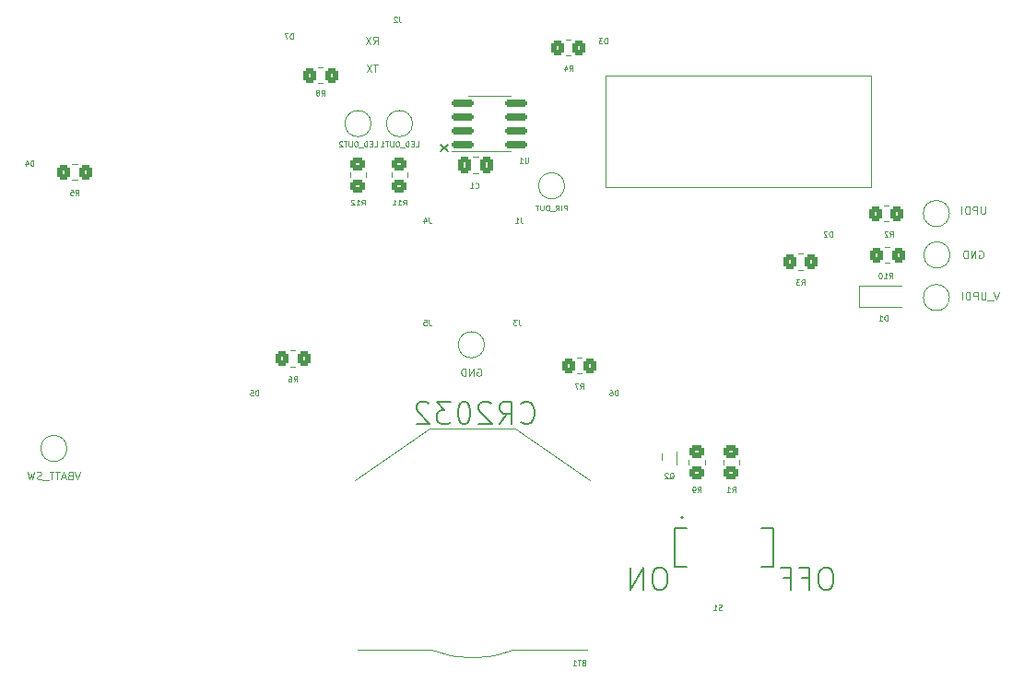
<source format=gbo>
%TF.GenerationSoftware,KiCad,Pcbnew,(6.0.2-0)*%
%TF.CreationDate,2022-12-09T19:44:04+01:00*%
%TF.ProjectId,ornament_2022,6f726e61-6d65-46e7-945f-323032322e6b,rev?*%
%TF.SameCoordinates,Original*%
%TF.FileFunction,Legend,Bot*%
%TF.FilePolarity,Positive*%
%FSLAX46Y46*%
G04 Gerber Fmt 4.6, Leading zero omitted, Abs format (unit mm)*
G04 Created by KiCad (PCBNEW (6.0.2-0)) date 2022-12-09 19:44:04*
%MOMM*%
%LPD*%
G01*
G04 APERTURE LIST*
G04 Aperture macros list*
%AMRoundRect*
0 Rectangle with rounded corners*
0 $1 Rounding radius*
0 $2 $3 $4 $5 $6 $7 $8 $9 X,Y pos of 4 corners*
0 Add a 4 corners polygon primitive as box body*
4,1,4,$2,$3,$4,$5,$6,$7,$8,$9,$2,$3,0*
0 Add four circle primitives for the rounded corners*
1,1,$1+$1,$2,$3*
1,1,$1+$1,$4,$5*
1,1,$1+$1,$6,$7*
1,1,$1+$1,$8,$9*
0 Add four rect primitives between the rounded corners*
20,1,$1+$1,$2,$3,$4,$5,0*
20,1,$1+$1,$4,$5,$6,$7,0*
20,1,$1+$1,$6,$7,$8,$9,0*
20,1,$1+$1,$8,$9,$2,$3,0*%
G04 Aperture macros list end*
%ADD10C,0.150000*%
%ADD11C,0.100000*%
%ADD12C,0.120000*%
%ADD13C,0.127000*%
%ADD14C,0.200000*%
%ADD15C,0.500000*%
%ADD16C,4.000000*%
%ADD17RoundRect,0.250000X-0.350000X-0.450000X0.350000X-0.450000X0.350000X0.450000X-0.350000X0.450000X0*%
%ADD18C,1.700000*%
%ADD19C,2.000000*%
%ADD20R,2.500000X1.000000*%
%ADD21RoundRect,0.250000X-0.450000X0.350000X-0.450000X-0.350000X0.450000X-0.350000X0.450000X0.350000X0*%
%ADD22RoundRect,0.250000X0.350000X0.450000X-0.350000X0.450000X-0.350000X-0.450000X0.350000X-0.450000X0*%
%ADD23RoundRect,0.250000X-0.337500X-0.475000X0.337500X-0.475000X0.337500X0.475000X-0.337500X0.475000X0*%
%ADD24R,0.400000X0.450000*%
%ADD25R,0.500000X0.450000*%
%ADD26RoundRect,0.250000X0.450000X-0.350000X0.450000X0.350000X-0.450000X0.350000X-0.450000X-0.350000X0*%
%ADD27R,0.900000X1.200000*%
%ADD28RoundRect,0.150000X-0.825000X-0.150000X0.825000X-0.150000X0.825000X0.150000X-0.825000X0.150000X0*%
%ADD29R,2.500000X6.000000*%
%ADD30C,16.000000*%
%ADD31R,1.200000X2.500000*%
G04 APERTURE END LIST*
D10*
X206375000Y-50800000D02*
X205740000Y-50165000D01*
X206375000Y-50165000D02*
X205740000Y-50800000D01*
D11*
X245268750Y-43815000D02*
X220821250Y-43815000D01*
X220821250Y-43815000D02*
X220821250Y-54102000D01*
X220821250Y-54102000D02*
X245268750Y-54102000D01*
X245268750Y-54102000D02*
X245268750Y-43815000D01*
D10*
X213105476Y-75644285D02*
X213200714Y-75739523D01*
X213486428Y-75834761D01*
X213676904Y-75834761D01*
X213962619Y-75739523D01*
X214153095Y-75549047D01*
X214248333Y-75358571D01*
X214343571Y-74977619D01*
X214343571Y-74691904D01*
X214248333Y-74310952D01*
X214153095Y-74120476D01*
X213962619Y-73930000D01*
X213676904Y-73834761D01*
X213486428Y-73834761D01*
X213200714Y-73930000D01*
X213105476Y-74025238D01*
X211105476Y-75834761D02*
X211772142Y-74882380D01*
X212248333Y-75834761D02*
X212248333Y-73834761D01*
X211486428Y-73834761D01*
X211295952Y-73930000D01*
X211200714Y-74025238D01*
X211105476Y-74215714D01*
X211105476Y-74501428D01*
X211200714Y-74691904D01*
X211295952Y-74787142D01*
X211486428Y-74882380D01*
X212248333Y-74882380D01*
X210343571Y-74025238D02*
X210248333Y-73930000D01*
X210057857Y-73834761D01*
X209581666Y-73834761D01*
X209391190Y-73930000D01*
X209295952Y-74025238D01*
X209200714Y-74215714D01*
X209200714Y-74406190D01*
X209295952Y-74691904D01*
X210438809Y-75834761D01*
X209200714Y-75834761D01*
X207962619Y-73834761D02*
X207772142Y-73834761D01*
X207581666Y-73930000D01*
X207486428Y-74025238D01*
X207391190Y-74215714D01*
X207295952Y-74596666D01*
X207295952Y-75072857D01*
X207391190Y-75453809D01*
X207486428Y-75644285D01*
X207581666Y-75739523D01*
X207772142Y-75834761D01*
X207962619Y-75834761D01*
X208153095Y-75739523D01*
X208248333Y-75644285D01*
X208343571Y-75453809D01*
X208438809Y-75072857D01*
X208438809Y-74596666D01*
X208343571Y-74215714D01*
X208248333Y-74025238D01*
X208153095Y-73930000D01*
X207962619Y-73834761D01*
X206629285Y-73834761D02*
X205391190Y-73834761D01*
X206057857Y-74596666D01*
X205772142Y-74596666D01*
X205581666Y-74691904D01*
X205486428Y-74787142D01*
X205391190Y-74977619D01*
X205391190Y-75453809D01*
X205486428Y-75644285D01*
X205581666Y-75739523D01*
X205772142Y-75834761D01*
X206343571Y-75834761D01*
X206534047Y-75739523D01*
X206629285Y-75644285D01*
X204629285Y-74025238D02*
X204534047Y-73930000D01*
X204343571Y-73834761D01*
X203867380Y-73834761D01*
X203676904Y-73930000D01*
X203581666Y-74025238D01*
X203486428Y-74215714D01*
X203486428Y-74406190D01*
X203581666Y-74691904D01*
X204724523Y-75834761D01*
X203486428Y-75834761D01*
D11*
X199506666Y-40956666D02*
X199740000Y-40623333D01*
X199906666Y-40956666D02*
X199906666Y-40256666D01*
X199640000Y-40256666D01*
X199573333Y-40290000D01*
X199540000Y-40323333D01*
X199506666Y-40390000D01*
X199506666Y-40490000D01*
X199540000Y-40556666D01*
X199573333Y-40590000D01*
X199640000Y-40623333D01*
X199906666Y-40623333D01*
X199273333Y-40256666D02*
X198806666Y-40956666D01*
X198806666Y-40256666D02*
X199273333Y-40956666D01*
X199923333Y-42796666D02*
X199523333Y-42796666D01*
X199723333Y-43496666D02*
X199723333Y-42796666D01*
X199356666Y-42796666D02*
X198890000Y-43496666D01*
X198890000Y-42796666D02*
X199356666Y-43496666D01*
D10*
X226028095Y-89074761D02*
X225647142Y-89074761D01*
X225456666Y-89170000D01*
X225266190Y-89360476D01*
X225170952Y-89741428D01*
X225170952Y-90408095D01*
X225266190Y-90789047D01*
X225456666Y-90979523D01*
X225647142Y-91074761D01*
X226028095Y-91074761D01*
X226218571Y-90979523D01*
X226409047Y-90789047D01*
X226504285Y-90408095D01*
X226504285Y-89741428D01*
X226409047Y-89360476D01*
X226218571Y-89170000D01*
X226028095Y-89074761D01*
X224313809Y-91074761D02*
X224313809Y-89074761D01*
X223170952Y-91074761D01*
X223170952Y-89074761D01*
X241299761Y-89074761D02*
X240918809Y-89074761D01*
X240728333Y-89170000D01*
X240537857Y-89360476D01*
X240442619Y-89741428D01*
X240442619Y-90408095D01*
X240537857Y-90789047D01*
X240728333Y-90979523D01*
X240918809Y-91074761D01*
X241299761Y-91074761D01*
X241490238Y-90979523D01*
X241680714Y-90789047D01*
X241775952Y-90408095D01*
X241775952Y-89741428D01*
X241680714Y-89360476D01*
X241490238Y-89170000D01*
X241299761Y-89074761D01*
X238918809Y-90027142D02*
X239585476Y-90027142D01*
X239585476Y-91074761D02*
X239585476Y-89074761D01*
X238633095Y-89074761D01*
X237204523Y-90027142D02*
X237871190Y-90027142D01*
X237871190Y-91074761D02*
X237871190Y-89074761D01*
X236918809Y-89074761D01*
D11*
%TO.C,D7*%
X192139047Y-40493162D02*
X192139047Y-39993162D01*
X192020000Y-39993162D01*
X191948571Y-40016972D01*
X191900952Y-40064591D01*
X191877142Y-40112210D01*
X191853333Y-40207448D01*
X191853333Y-40278876D01*
X191877142Y-40374114D01*
X191900952Y-40421733D01*
X191948571Y-40469352D01*
X192020000Y-40493162D01*
X192139047Y-40493162D01*
X191686666Y-39993162D02*
X191353333Y-39993162D01*
X191567619Y-40493162D01*
%TO.C,D5*%
X188964047Y-73251190D02*
X188964047Y-72751190D01*
X188845000Y-72751190D01*
X188773571Y-72775000D01*
X188725952Y-72822619D01*
X188702142Y-72870238D01*
X188678333Y-72965476D01*
X188678333Y-73036904D01*
X188702142Y-73132142D01*
X188725952Y-73179761D01*
X188773571Y-73227380D01*
X188845000Y-73251190D01*
X188964047Y-73251190D01*
X188225952Y-72751190D02*
X188464047Y-72751190D01*
X188487857Y-72989285D01*
X188464047Y-72965476D01*
X188416428Y-72941666D01*
X188297380Y-72941666D01*
X188249761Y-72965476D01*
X188225952Y-72989285D01*
X188202142Y-73036904D01*
X188202142Y-73155952D01*
X188225952Y-73203571D01*
X188249761Y-73227380D01*
X188297380Y-73251190D01*
X188416428Y-73251190D01*
X188464047Y-73227380D01*
X188487857Y-73203571D01*
%TO.C,D2*%
X241669047Y-58646190D02*
X241669047Y-58146190D01*
X241550000Y-58146190D01*
X241478571Y-58170000D01*
X241430952Y-58217619D01*
X241407142Y-58265238D01*
X241383333Y-58360476D01*
X241383333Y-58431904D01*
X241407142Y-58527142D01*
X241430952Y-58574761D01*
X241478571Y-58622380D01*
X241550000Y-58646190D01*
X241669047Y-58646190D01*
X241192857Y-58193809D02*
X241169047Y-58170000D01*
X241121428Y-58146190D01*
X241002380Y-58146190D01*
X240954761Y-58170000D01*
X240930952Y-58193809D01*
X240907142Y-58241428D01*
X240907142Y-58289047D01*
X240930952Y-58360476D01*
X241216666Y-58646190D01*
X240907142Y-58646190D01*
%TO.C,D6*%
X221984047Y-73251190D02*
X221984047Y-72751190D01*
X221865000Y-72751190D01*
X221793571Y-72775000D01*
X221745952Y-72822619D01*
X221722142Y-72870238D01*
X221698333Y-72965476D01*
X221698333Y-73036904D01*
X221722142Y-73132142D01*
X221745952Y-73179761D01*
X221793571Y-73227380D01*
X221865000Y-73251190D01*
X221984047Y-73251190D01*
X221269761Y-72751190D02*
X221365000Y-72751190D01*
X221412619Y-72775000D01*
X221436428Y-72798809D01*
X221484047Y-72870238D01*
X221507857Y-72965476D01*
X221507857Y-73155952D01*
X221484047Y-73203571D01*
X221460238Y-73227380D01*
X221412619Y-73251190D01*
X221317380Y-73251190D01*
X221269761Y-73227380D01*
X221245952Y-73203571D01*
X221222142Y-73155952D01*
X221222142Y-73036904D01*
X221245952Y-72989285D01*
X221269761Y-72965476D01*
X221317380Y-72941666D01*
X221412619Y-72941666D01*
X221460238Y-72965476D01*
X221484047Y-72989285D01*
X221507857Y-73036904D01*
%TO.C,D4*%
X168309113Y-52154286D02*
X168309113Y-51654286D01*
X168190066Y-51654286D01*
X168118637Y-51678096D01*
X168071018Y-51725715D01*
X168047208Y-51773334D01*
X168023399Y-51868572D01*
X168023399Y-51940000D01*
X168047208Y-52035238D01*
X168071018Y-52082857D01*
X168118637Y-52130476D01*
X168190066Y-52154286D01*
X168309113Y-52154286D01*
X167594827Y-51820953D02*
X167594827Y-52154286D01*
X167713875Y-51630476D02*
X167832923Y-51987619D01*
X167523399Y-51987619D01*
%TO.C,D3*%
X220994865Y-40903736D02*
X220994865Y-40403736D01*
X220875818Y-40403736D01*
X220804389Y-40427546D01*
X220756770Y-40475165D01*
X220732960Y-40522784D01*
X220709151Y-40618022D01*
X220709151Y-40689450D01*
X220732960Y-40784688D01*
X220756770Y-40832307D01*
X220804389Y-40879926D01*
X220875818Y-40903736D01*
X220994865Y-40903736D01*
X220542484Y-40403736D02*
X220232960Y-40403736D01*
X220399627Y-40594212D01*
X220328198Y-40594212D01*
X220280579Y-40618022D01*
X220256770Y-40641831D01*
X220232960Y-40689450D01*
X220232960Y-40808498D01*
X220256770Y-40856117D01*
X220280579Y-40879926D01*
X220328198Y-40903736D01*
X220471056Y-40903736D01*
X220518675Y-40879926D01*
X220542484Y-40856117D01*
%TO.C,R2*%
X246960397Y-58646190D02*
X247127064Y-58408095D01*
X247246111Y-58646190D02*
X247246111Y-58146190D01*
X247055635Y-58146190D01*
X247008016Y-58170000D01*
X246984206Y-58193809D01*
X246960397Y-58241428D01*
X246960397Y-58312857D01*
X246984206Y-58360476D01*
X247008016Y-58384285D01*
X247055635Y-58408095D01*
X247246111Y-58408095D01*
X246769921Y-58193809D02*
X246746111Y-58170000D01*
X246698492Y-58146190D01*
X246579444Y-58146190D01*
X246531825Y-58170000D01*
X246508016Y-58193809D01*
X246484206Y-58241428D01*
X246484206Y-58289047D01*
X246508016Y-58360476D01*
X246793730Y-58646190D01*
X246484206Y-58646190D01*
%TO.C,J4*%
X204636666Y-56876190D02*
X204636666Y-57233333D01*
X204660476Y-57304761D01*
X204708095Y-57352380D01*
X204779523Y-57376190D01*
X204827142Y-57376190D01*
X204184285Y-57042857D02*
X204184285Y-57376190D01*
X204303333Y-56852380D02*
X204422380Y-57209523D01*
X204112857Y-57209523D01*
%TO.C,TP1*%
X217304761Y-56251190D02*
X217304761Y-55751190D01*
X217114285Y-55751190D01*
X217066666Y-55775000D01*
X217042857Y-55798809D01*
X217019047Y-55846428D01*
X217019047Y-55917857D01*
X217042857Y-55965476D01*
X217066666Y-55989285D01*
X217114285Y-56013095D01*
X217304761Y-56013095D01*
X216804761Y-56251190D02*
X216804761Y-55751190D01*
X216280952Y-56251190D02*
X216447619Y-56013095D01*
X216566666Y-56251190D02*
X216566666Y-55751190D01*
X216376190Y-55751190D01*
X216328571Y-55775000D01*
X216304761Y-55798809D01*
X216280952Y-55846428D01*
X216280952Y-55917857D01*
X216304761Y-55965476D01*
X216328571Y-55989285D01*
X216376190Y-56013095D01*
X216566666Y-56013095D01*
X216185714Y-56298809D02*
X215804761Y-56298809D01*
X215590476Y-55751190D02*
X215495238Y-55751190D01*
X215447619Y-55775000D01*
X215400000Y-55822619D01*
X215376190Y-55917857D01*
X215376190Y-56084523D01*
X215400000Y-56179761D01*
X215447619Y-56227380D01*
X215495238Y-56251190D01*
X215590476Y-56251190D01*
X215638095Y-56227380D01*
X215685714Y-56179761D01*
X215709523Y-56084523D01*
X215709523Y-55917857D01*
X215685714Y-55822619D01*
X215638095Y-55775000D01*
X215590476Y-55751190D01*
X215161904Y-55751190D02*
X215161904Y-56155952D01*
X215138095Y-56203571D01*
X215114285Y-56227380D01*
X215066666Y-56251190D01*
X214971428Y-56251190D01*
X214923809Y-56227380D01*
X214900000Y-56203571D01*
X214876190Y-56155952D01*
X214876190Y-55751190D01*
X214709523Y-55751190D02*
X214423809Y-55751190D01*
X214566666Y-56251190D02*
X214566666Y-55751190D01*
%TO.C,TP6*%
X257003333Y-63751666D02*
X256770000Y-64451666D01*
X256536666Y-63751666D01*
X256470000Y-64518333D02*
X255936666Y-64518333D01*
X255770000Y-63751666D02*
X255770000Y-64318333D01*
X255736666Y-64385000D01*
X255703333Y-64418333D01*
X255636666Y-64451666D01*
X255503333Y-64451666D01*
X255436666Y-64418333D01*
X255403333Y-64385000D01*
X255370000Y-64318333D01*
X255370000Y-63751666D01*
X255036666Y-64451666D02*
X255036666Y-63751666D01*
X254770000Y-63751666D01*
X254703333Y-63785000D01*
X254670000Y-63818333D01*
X254636666Y-63885000D01*
X254636666Y-63985000D01*
X254670000Y-64051666D01*
X254703333Y-64085000D01*
X254770000Y-64118333D01*
X255036666Y-64118333D01*
X254336666Y-64451666D02*
X254336666Y-63751666D01*
X254170000Y-63751666D01*
X254070000Y-63785000D01*
X254003333Y-63851666D01*
X253970000Y-63918333D01*
X253936666Y-64051666D01*
X253936666Y-64151666D01*
X253970000Y-64285000D01*
X254003333Y-64351666D01*
X254070000Y-64418333D01*
X254170000Y-64451666D01*
X254336666Y-64451666D01*
X253636666Y-64451666D02*
X253636666Y-63751666D01*
%TO.C,J2*%
X201906666Y-38461190D02*
X201906666Y-38818333D01*
X201930476Y-38889761D01*
X201978095Y-38937380D01*
X202049523Y-38961190D01*
X202097142Y-38961190D01*
X201692380Y-38508809D02*
X201668571Y-38485000D01*
X201620952Y-38461190D01*
X201501904Y-38461190D01*
X201454285Y-38485000D01*
X201430476Y-38508809D01*
X201406666Y-38556428D01*
X201406666Y-38604047D01*
X201430476Y-38675476D01*
X201716190Y-38961190D01*
X201406666Y-38961190D01*
%TO.C,R12*%
X198441428Y-55741190D02*
X198608095Y-55503095D01*
X198727142Y-55741190D02*
X198727142Y-55241190D01*
X198536666Y-55241190D01*
X198489047Y-55265000D01*
X198465238Y-55288809D01*
X198441428Y-55336428D01*
X198441428Y-55407857D01*
X198465238Y-55455476D01*
X198489047Y-55479285D01*
X198536666Y-55503095D01*
X198727142Y-55503095D01*
X197965238Y-55741190D02*
X198250952Y-55741190D01*
X198108095Y-55741190D02*
X198108095Y-55241190D01*
X198155714Y-55312619D01*
X198203333Y-55360238D01*
X198250952Y-55384047D01*
X197774761Y-55288809D02*
X197750952Y-55265000D01*
X197703333Y-55241190D01*
X197584285Y-55241190D01*
X197536666Y-55265000D01*
X197512857Y-55288809D01*
X197489047Y-55336428D01*
X197489047Y-55384047D01*
X197512857Y-55455476D01*
X197798571Y-55741190D01*
X197489047Y-55741190D01*
%TO.C,TP4*%
X199584285Y-50391190D02*
X199822380Y-50391190D01*
X199822380Y-49891190D01*
X199417619Y-50129285D02*
X199250952Y-50129285D01*
X199179523Y-50391190D02*
X199417619Y-50391190D01*
X199417619Y-49891190D01*
X199179523Y-49891190D01*
X198965238Y-50391190D02*
X198965238Y-49891190D01*
X198846190Y-49891190D01*
X198774761Y-49915000D01*
X198727142Y-49962619D01*
X198703333Y-50010238D01*
X198679523Y-50105476D01*
X198679523Y-50176904D01*
X198703333Y-50272142D01*
X198727142Y-50319761D01*
X198774761Y-50367380D01*
X198846190Y-50391190D01*
X198965238Y-50391190D01*
X198584285Y-50438809D02*
X198203333Y-50438809D01*
X197989047Y-49891190D02*
X197893809Y-49891190D01*
X197846190Y-49915000D01*
X197798571Y-49962619D01*
X197774761Y-50057857D01*
X197774761Y-50224523D01*
X197798571Y-50319761D01*
X197846190Y-50367380D01*
X197893809Y-50391190D01*
X197989047Y-50391190D01*
X198036666Y-50367380D01*
X198084285Y-50319761D01*
X198108095Y-50224523D01*
X198108095Y-50057857D01*
X198084285Y-49962619D01*
X198036666Y-49915000D01*
X197989047Y-49891190D01*
X197560476Y-49891190D02*
X197560476Y-50295952D01*
X197536666Y-50343571D01*
X197512857Y-50367380D01*
X197465238Y-50391190D01*
X197370000Y-50391190D01*
X197322380Y-50367380D01*
X197298571Y-50343571D01*
X197274761Y-50295952D01*
X197274761Y-49891190D01*
X197108095Y-49891190D02*
X196822380Y-49891190D01*
X196965238Y-50391190D02*
X196965238Y-49891190D01*
X196679523Y-49938809D02*
X196655714Y-49915000D01*
X196608095Y-49891190D01*
X196489047Y-49891190D01*
X196441428Y-49915000D01*
X196417619Y-49938809D01*
X196393809Y-49986428D01*
X196393809Y-50034047D01*
X196417619Y-50105476D01*
X196703333Y-50391190D01*
X196393809Y-50391190D01*
%TO.C,R8*%
X194758333Y-45691190D02*
X194925000Y-45453095D01*
X195044047Y-45691190D02*
X195044047Y-45191190D01*
X194853571Y-45191190D01*
X194805952Y-45215000D01*
X194782142Y-45238809D01*
X194758333Y-45286428D01*
X194758333Y-45357857D01*
X194782142Y-45405476D01*
X194805952Y-45429285D01*
X194853571Y-45453095D01*
X195044047Y-45453095D01*
X194472619Y-45405476D02*
X194520238Y-45381666D01*
X194544047Y-45357857D01*
X194567857Y-45310238D01*
X194567857Y-45286428D01*
X194544047Y-45238809D01*
X194520238Y-45215000D01*
X194472619Y-45191190D01*
X194377380Y-45191190D01*
X194329761Y-45215000D01*
X194305952Y-45238809D01*
X194282142Y-45286428D01*
X194282142Y-45310238D01*
X194305952Y-45357857D01*
X194329761Y-45381666D01*
X194377380Y-45405476D01*
X194472619Y-45405476D01*
X194520238Y-45429285D01*
X194544047Y-45453095D01*
X194567857Y-45500714D01*
X194567857Y-45595952D01*
X194544047Y-45643571D01*
X194520238Y-45667380D01*
X194472619Y-45691190D01*
X194377380Y-45691190D01*
X194329761Y-45667380D01*
X194305952Y-45643571D01*
X194282142Y-45595952D01*
X194282142Y-45500714D01*
X194305952Y-45453095D01*
X194329761Y-45429285D01*
X194377380Y-45405476D01*
%TO.C,J1*%
X213049712Y-56876190D02*
X213049712Y-57233333D01*
X213073522Y-57304761D01*
X213121141Y-57352380D01*
X213192569Y-57376190D01*
X213240188Y-57376190D01*
X212549712Y-57376190D02*
X212835426Y-57376190D01*
X212692569Y-57376190D02*
X212692569Y-56876190D01*
X212740188Y-56947619D01*
X212787807Y-56995238D01*
X212835426Y-57019047D01*
%TO.C,R11*%
X202251428Y-55741190D02*
X202418095Y-55503095D01*
X202537142Y-55741190D02*
X202537142Y-55241190D01*
X202346666Y-55241190D01*
X202299047Y-55265000D01*
X202275238Y-55288809D01*
X202251428Y-55336428D01*
X202251428Y-55407857D01*
X202275238Y-55455476D01*
X202299047Y-55479285D01*
X202346666Y-55503095D01*
X202537142Y-55503095D01*
X201775238Y-55741190D02*
X202060952Y-55741190D01*
X201918095Y-55741190D02*
X201918095Y-55241190D01*
X201965714Y-55312619D01*
X202013333Y-55360238D01*
X202060952Y-55384047D01*
X201299047Y-55741190D02*
X201584761Y-55741190D01*
X201441904Y-55741190D02*
X201441904Y-55241190D01*
X201489523Y-55312619D01*
X201537142Y-55360238D01*
X201584761Y-55384047D01*
%TO.C,R10*%
X246906474Y-62456190D02*
X247073141Y-62218095D01*
X247192188Y-62456190D02*
X247192188Y-61956190D01*
X247001712Y-61956190D01*
X246954093Y-61980000D01*
X246930284Y-62003809D01*
X246906474Y-62051428D01*
X246906474Y-62122857D01*
X246930284Y-62170476D01*
X246954093Y-62194285D01*
X247001712Y-62218095D01*
X247192188Y-62218095D01*
X246430284Y-62456190D02*
X246715998Y-62456190D01*
X246573141Y-62456190D02*
X246573141Y-61956190D01*
X246620760Y-62027619D01*
X246668379Y-62075238D01*
X246715998Y-62099047D01*
X246120760Y-61956190D02*
X246073141Y-61956190D01*
X246025522Y-61980000D01*
X246001712Y-62003809D01*
X245977903Y-62051428D01*
X245954093Y-62146666D01*
X245954093Y-62265714D01*
X245977903Y-62360952D01*
X246001712Y-62408571D01*
X246025522Y-62432380D01*
X246073141Y-62456190D01*
X246120760Y-62456190D01*
X246168379Y-62432380D01*
X246192188Y-62408571D01*
X246215998Y-62360952D01*
X246239807Y-62265714D01*
X246239807Y-62146666D01*
X246215998Y-62051428D01*
X246192188Y-62003809D01*
X246168379Y-61980000D01*
X246120760Y-61956190D01*
%TO.C,TP3*%
X203394285Y-50391190D02*
X203632380Y-50391190D01*
X203632380Y-49891190D01*
X203227619Y-50129285D02*
X203060952Y-50129285D01*
X202989523Y-50391190D02*
X203227619Y-50391190D01*
X203227619Y-49891190D01*
X202989523Y-49891190D01*
X202775238Y-50391190D02*
X202775238Y-49891190D01*
X202656190Y-49891190D01*
X202584761Y-49915000D01*
X202537142Y-49962619D01*
X202513333Y-50010238D01*
X202489523Y-50105476D01*
X202489523Y-50176904D01*
X202513333Y-50272142D01*
X202537142Y-50319761D01*
X202584761Y-50367380D01*
X202656190Y-50391190D01*
X202775238Y-50391190D01*
X202394285Y-50438809D02*
X202013333Y-50438809D01*
X201799047Y-49891190D02*
X201703809Y-49891190D01*
X201656190Y-49915000D01*
X201608571Y-49962619D01*
X201584761Y-50057857D01*
X201584761Y-50224523D01*
X201608571Y-50319761D01*
X201656190Y-50367380D01*
X201703809Y-50391190D01*
X201799047Y-50391190D01*
X201846666Y-50367380D01*
X201894285Y-50319761D01*
X201918095Y-50224523D01*
X201918095Y-50057857D01*
X201894285Y-49962619D01*
X201846666Y-49915000D01*
X201799047Y-49891190D01*
X201370476Y-49891190D02*
X201370476Y-50295952D01*
X201346666Y-50343571D01*
X201322857Y-50367380D01*
X201275238Y-50391190D01*
X201180000Y-50391190D01*
X201132380Y-50367380D01*
X201108571Y-50343571D01*
X201084761Y-50295952D01*
X201084761Y-49891190D01*
X200918095Y-49891190D02*
X200632380Y-49891190D01*
X200775238Y-50391190D02*
X200775238Y-49891190D01*
X200203809Y-50391190D02*
X200489523Y-50391190D01*
X200346666Y-50391190D02*
X200346666Y-49891190D01*
X200394285Y-49962619D01*
X200441904Y-50010238D01*
X200489523Y-50034047D01*
%TO.C,TP8*%
X255168333Y-59975000D02*
X255235000Y-59941666D01*
X255335000Y-59941666D01*
X255435000Y-59975000D01*
X255501666Y-60041666D01*
X255535000Y-60108333D01*
X255568333Y-60241666D01*
X255568333Y-60341666D01*
X255535000Y-60475000D01*
X255501666Y-60541666D01*
X255435000Y-60608333D01*
X255335000Y-60641666D01*
X255268333Y-60641666D01*
X255168333Y-60608333D01*
X255135000Y-60575000D01*
X255135000Y-60341666D01*
X255268333Y-60341666D01*
X254835000Y-60641666D02*
X254835000Y-59941666D01*
X254435000Y-60641666D01*
X254435000Y-59941666D01*
X254101666Y-60641666D02*
X254101666Y-59941666D01*
X253935000Y-59941666D01*
X253835000Y-59975000D01*
X253768333Y-60041666D01*
X253735000Y-60108333D01*
X253701666Y-60241666D01*
X253701666Y-60341666D01*
X253735000Y-60475000D01*
X253768333Y-60541666D01*
X253835000Y-60608333D01*
X253935000Y-60641666D01*
X254101666Y-60641666D01*
%TO.C,C1*%
X208895205Y-54153571D02*
X208919014Y-54177380D01*
X208990443Y-54201190D01*
X209038062Y-54201190D01*
X209109491Y-54177380D01*
X209157110Y-54129761D01*
X209180919Y-54082142D01*
X209204729Y-53986904D01*
X209204729Y-53915476D01*
X209180919Y-53820238D01*
X209157110Y-53772619D01*
X209109491Y-53725000D01*
X209038062Y-53701190D01*
X208990443Y-53701190D01*
X208919014Y-53725000D01*
X208895205Y-53748809D01*
X208419014Y-54201190D02*
X208704729Y-54201190D01*
X208561872Y-54201190D02*
X208561872Y-53701190D01*
X208609491Y-53772619D01*
X208657110Y-53820238D01*
X208704729Y-53844047D01*
%TO.C,R7*%
X218523333Y-72616190D02*
X218690000Y-72378095D01*
X218809047Y-72616190D02*
X218809047Y-72116190D01*
X218618571Y-72116190D01*
X218570952Y-72140000D01*
X218547142Y-72163809D01*
X218523333Y-72211428D01*
X218523333Y-72282857D01*
X218547142Y-72330476D01*
X218570952Y-72354285D01*
X218618571Y-72378095D01*
X218809047Y-72378095D01*
X218356666Y-72116190D02*
X218023333Y-72116190D01*
X218237619Y-72616190D01*
%TO.C,TP2*%
X172596666Y-80261666D02*
X172363333Y-80961666D01*
X172130000Y-80261666D01*
X171663333Y-80595000D02*
X171563333Y-80628333D01*
X171530000Y-80661666D01*
X171496666Y-80728333D01*
X171496666Y-80828333D01*
X171530000Y-80895000D01*
X171563333Y-80928333D01*
X171630000Y-80961666D01*
X171896666Y-80961666D01*
X171896666Y-80261666D01*
X171663333Y-80261666D01*
X171596666Y-80295000D01*
X171563333Y-80328333D01*
X171530000Y-80395000D01*
X171530000Y-80461666D01*
X171563333Y-80528333D01*
X171596666Y-80561666D01*
X171663333Y-80595000D01*
X171896666Y-80595000D01*
X171230000Y-80761666D02*
X170896666Y-80761666D01*
X171296666Y-80961666D02*
X171063333Y-80261666D01*
X170830000Y-80961666D01*
X170696666Y-80261666D02*
X170296666Y-80261666D01*
X170496666Y-80961666D02*
X170496666Y-80261666D01*
X170163333Y-80261666D02*
X169763333Y-80261666D01*
X169963333Y-80961666D02*
X169963333Y-80261666D01*
X169696666Y-81028333D02*
X169163333Y-81028333D01*
X169030000Y-80928333D02*
X168930000Y-80961666D01*
X168763333Y-80961666D01*
X168696666Y-80928333D01*
X168663333Y-80895000D01*
X168630000Y-80828333D01*
X168630000Y-80761666D01*
X168663333Y-80695000D01*
X168696666Y-80661666D01*
X168763333Y-80628333D01*
X168896666Y-80595000D01*
X168963333Y-80561666D01*
X168996666Y-80528333D01*
X169030000Y-80461666D01*
X169030000Y-80395000D01*
X168996666Y-80328333D01*
X168963333Y-80295000D01*
X168896666Y-80261666D01*
X168730000Y-80261666D01*
X168630000Y-80295000D01*
X168396666Y-80261666D02*
X168230000Y-80961666D01*
X168096666Y-80461666D01*
X167963333Y-80961666D01*
X167796666Y-80261666D01*
%TO.C,TP5*%
X209067333Y-70770000D02*
X209134000Y-70736666D01*
X209234000Y-70736666D01*
X209334000Y-70770000D01*
X209400666Y-70836666D01*
X209434000Y-70903333D01*
X209467333Y-71036666D01*
X209467333Y-71136666D01*
X209434000Y-71270000D01*
X209400666Y-71336666D01*
X209334000Y-71403333D01*
X209234000Y-71436666D01*
X209167333Y-71436666D01*
X209067333Y-71403333D01*
X209034000Y-71370000D01*
X209034000Y-71136666D01*
X209167333Y-71136666D01*
X208734000Y-71436666D02*
X208734000Y-70736666D01*
X208334000Y-71436666D01*
X208334000Y-70736666D01*
X208000666Y-71436666D02*
X208000666Y-70736666D01*
X207834000Y-70736666D01*
X207734000Y-70770000D01*
X207667333Y-70836666D01*
X207634000Y-70903333D01*
X207600666Y-71036666D01*
X207600666Y-71136666D01*
X207634000Y-71270000D01*
X207667333Y-71336666D01*
X207734000Y-71403333D01*
X207834000Y-71436666D01*
X208000666Y-71436666D01*
%TO.C,TP7*%
X255701666Y-55868192D02*
X255701666Y-56434859D01*
X255668333Y-56501526D01*
X255635000Y-56534859D01*
X255568333Y-56568192D01*
X255435000Y-56568192D01*
X255368333Y-56534859D01*
X255335000Y-56501526D01*
X255301666Y-56434859D01*
X255301666Y-55868192D01*
X254968333Y-56568192D02*
X254968333Y-55868192D01*
X254701666Y-55868192D01*
X254635000Y-55901526D01*
X254601666Y-55934859D01*
X254568333Y-56001526D01*
X254568333Y-56101526D01*
X254601666Y-56168192D01*
X254635000Y-56201526D01*
X254701666Y-56234859D01*
X254968333Y-56234859D01*
X254268333Y-56568192D02*
X254268333Y-55868192D01*
X254101666Y-55868192D01*
X254001666Y-55901526D01*
X253935000Y-55968192D01*
X253901666Y-56034859D01*
X253868333Y-56168192D01*
X253868333Y-56268192D01*
X253901666Y-56401526D01*
X253935000Y-56468192D01*
X254001666Y-56534859D01*
X254101666Y-56568192D01*
X254268333Y-56568192D01*
X253568333Y-56568192D02*
X253568333Y-55868192D01*
%TO.C,Q2*%
X226742619Y-80885855D02*
X226790238Y-80862046D01*
X226837857Y-80814426D01*
X226909285Y-80742998D01*
X226956904Y-80719188D01*
X227004523Y-80719188D01*
X226980714Y-80838236D02*
X227028333Y-80814426D01*
X227075952Y-80766807D01*
X227099761Y-80671569D01*
X227099761Y-80504903D01*
X227075952Y-80409665D01*
X227028333Y-80362046D01*
X226980714Y-80338236D01*
X226885476Y-80338236D01*
X226837857Y-80362046D01*
X226790238Y-80409665D01*
X226766428Y-80504903D01*
X226766428Y-80671569D01*
X226790238Y-80766807D01*
X226837857Y-80814426D01*
X226885476Y-80838236D01*
X226980714Y-80838236D01*
X226575952Y-80385855D02*
X226552142Y-80362046D01*
X226504523Y-80338236D01*
X226385476Y-80338236D01*
X226337857Y-80362046D01*
X226314047Y-80385855D01*
X226290238Y-80433474D01*
X226290238Y-80481093D01*
X226314047Y-80552522D01*
X226599761Y-80838236D01*
X226290238Y-80838236D01*
%TO.C,R1*%
X232493333Y-82141190D02*
X232660000Y-81903095D01*
X232779047Y-82141190D02*
X232779047Y-81641190D01*
X232588571Y-81641190D01*
X232540952Y-81665000D01*
X232517142Y-81688809D01*
X232493333Y-81736428D01*
X232493333Y-81807857D01*
X232517142Y-81855476D01*
X232540952Y-81879285D01*
X232588571Y-81903095D01*
X232779047Y-81903095D01*
X232017142Y-82141190D02*
X232302857Y-82141190D01*
X232160000Y-82141190D02*
X232160000Y-81641190D01*
X232207619Y-81712619D01*
X232255238Y-81760238D01*
X232302857Y-81784047D01*
%TO.C,D1*%
X246749047Y-66361190D02*
X246749047Y-65861190D01*
X246630000Y-65861190D01*
X246558571Y-65885000D01*
X246510952Y-65932619D01*
X246487142Y-65980238D01*
X246463333Y-66075476D01*
X246463333Y-66146904D01*
X246487142Y-66242142D01*
X246510952Y-66289761D01*
X246558571Y-66337380D01*
X246630000Y-66361190D01*
X246749047Y-66361190D01*
X245987142Y-66361190D02*
X246272857Y-66361190D01*
X246130000Y-66361190D02*
X246130000Y-65861190D01*
X246177619Y-65932619D01*
X246225238Y-65980238D01*
X246272857Y-66004047D01*
%TO.C,J3*%
X212891666Y-66274190D02*
X212891666Y-66631333D01*
X212915476Y-66702761D01*
X212963095Y-66750380D01*
X213034523Y-66774190D01*
X213082142Y-66774190D01*
X212701190Y-66274190D02*
X212391666Y-66274190D01*
X212558333Y-66464666D01*
X212486904Y-66464666D01*
X212439285Y-66488476D01*
X212415476Y-66512285D01*
X212391666Y-66559904D01*
X212391666Y-66678952D01*
X212415476Y-66726571D01*
X212439285Y-66750380D01*
X212486904Y-66774190D01*
X212629761Y-66774190D01*
X212677380Y-66750380D01*
X212701190Y-66726571D01*
%TO.C,J5*%
X204636666Y-66274190D02*
X204636666Y-66631333D01*
X204660476Y-66702761D01*
X204708095Y-66750380D01*
X204779523Y-66774190D01*
X204827142Y-66774190D01*
X204160476Y-66274190D02*
X204398571Y-66274190D01*
X204422380Y-66512285D01*
X204398571Y-66488476D01*
X204350952Y-66464666D01*
X204231904Y-66464666D01*
X204184285Y-66488476D01*
X204160476Y-66512285D01*
X204136666Y-66559904D01*
X204136666Y-66678952D01*
X204160476Y-66726571D01*
X204184285Y-66750380D01*
X204231904Y-66774190D01*
X204350952Y-66774190D01*
X204398571Y-66750380D01*
X204422380Y-66726571D01*
%TO.C,U1*%
X213740952Y-51386190D02*
X213740952Y-51790952D01*
X213717142Y-51838571D01*
X213693333Y-51862380D01*
X213645714Y-51886190D01*
X213550476Y-51886190D01*
X213502857Y-51862380D01*
X213479047Y-51838571D01*
X213455238Y-51790952D01*
X213455238Y-51386190D01*
X212955238Y-51886190D02*
X213240952Y-51886190D01*
X213098095Y-51886190D02*
X213098095Y-51386190D01*
X213145714Y-51457619D01*
X213193333Y-51505238D01*
X213240952Y-51529047D01*
%TO.C,R6*%
X192218333Y-71981190D02*
X192385000Y-71743095D01*
X192504047Y-71981190D02*
X192504047Y-71481190D01*
X192313571Y-71481190D01*
X192265952Y-71505000D01*
X192242142Y-71528809D01*
X192218333Y-71576428D01*
X192218333Y-71647857D01*
X192242142Y-71695476D01*
X192265952Y-71719285D01*
X192313571Y-71743095D01*
X192504047Y-71743095D01*
X191789761Y-71481190D02*
X191885000Y-71481190D01*
X191932619Y-71505000D01*
X191956428Y-71528809D01*
X192004047Y-71600238D01*
X192027857Y-71695476D01*
X192027857Y-71885952D01*
X192004047Y-71933571D01*
X191980238Y-71957380D01*
X191932619Y-71981190D01*
X191837380Y-71981190D01*
X191789761Y-71957380D01*
X191765952Y-71933571D01*
X191742142Y-71885952D01*
X191742142Y-71766904D01*
X191765952Y-71719285D01*
X191789761Y-71695476D01*
X191837380Y-71671666D01*
X191932619Y-71671666D01*
X191980238Y-71695476D01*
X192004047Y-71719285D01*
X192027857Y-71766904D01*
%TO.C,BT1*%
X218832857Y-97754285D02*
X218761428Y-97778095D01*
X218737619Y-97801904D01*
X218713809Y-97849523D01*
X218713809Y-97920952D01*
X218737619Y-97968571D01*
X218761428Y-97992380D01*
X218809047Y-98016190D01*
X218999523Y-98016190D01*
X218999523Y-97516190D01*
X218832857Y-97516190D01*
X218785238Y-97540000D01*
X218761428Y-97563809D01*
X218737619Y-97611428D01*
X218737619Y-97659047D01*
X218761428Y-97706666D01*
X218785238Y-97730476D01*
X218832857Y-97754285D01*
X218999523Y-97754285D01*
X218570952Y-97516190D02*
X218285238Y-97516190D01*
X218428095Y-98016190D02*
X218428095Y-97516190D01*
X217856666Y-98016190D02*
X218142380Y-98016190D01*
X217999523Y-98016190D02*
X217999523Y-97516190D01*
X218047142Y-97587619D01*
X218094761Y-97635238D01*
X218142380Y-97659047D01*
%TO.C,S1*%
X231520952Y-92912380D02*
X231449523Y-92936190D01*
X231330476Y-92936190D01*
X231282857Y-92912380D01*
X231259047Y-92888571D01*
X231235238Y-92840952D01*
X231235238Y-92793333D01*
X231259047Y-92745714D01*
X231282857Y-92721904D01*
X231330476Y-92698095D01*
X231425714Y-92674285D01*
X231473333Y-92650476D01*
X231497142Y-92626666D01*
X231520952Y-92579047D01*
X231520952Y-92531428D01*
X231497142Y-92483809D01*
X231473333Y-92460000D01*
X231425714Y-92436190D01*
X231306666Y-92436190D01*
X231235238Y-92460000D01*
X230759047Y-92936190D02*
X231044761Y-92936190D01*
X230901904Y-92936190D02*
X230901904Y-92436190D01*
X230949523Y-92507619D01*
X230997142Y-92555238D01*
X231044761Y-92579047D01*
%TO.C,R9*%
X229318333Y-82141190D02*
X229485000Y-81903095D01*
X229604047Y-82141190D02*
X229604047Y-81641190D01*
X229413571Y-81641190D01*
X229365952Y-81665000D01*
X229342142Y-81688809D01*
X229318333Y-81736428D01*
X229318333Y-81807857D01*
X229342142Y-81855476D01*
X229365952Y-81879285D01*
X229413571Y-81903095D01*
X229604047Y-81903095D01*
X229080238Y-82141190D02*
X228985000Y-82141190D01*
X228937380Y-82117380D01*
X228913571Y-82093571D01*
X228865952Y-82022142D01*
X228842142Y-81926904D01*
X228842142Y-81736428D01*
X228865952Y-81688809D01*
X228889761Y-81665000D01*
X228937380Y-81641190D01*
X229032619Y-81641190D01*
X229080238Y-81665000D01*
X229104047Y-81688809D01*
X229127857Y-81736428D01*
X229127857Y-81855476D01*
X229104047Y-81903095D01*
X229080238Y-81926904D01*
X229032619Y-81950714D01*
X228937380Y-81950714D01*
X228889761Y-81926904D01*
X228865952Y-81903095D01*
X228842142Y-81855476D01*
%TO.C,R4*%
X217523333Y-43406190D02*
X217690000Y-43168095D01*
X217809047Y-43406190D02*
X217809047Y-42906190D01*
X217618571Y-42906190D01*
X217570952Y-42930000D01*
X217547142Y-42953809D01*
X217523333Y-43001428D01*
X217523333Y-43072857D01*
X217547142Y-43120476D01*
X217570952Y-43144285D01*
X217618571Y-43168095D01*
X217809047Y-43168095D01*
X217094761Y-43072857D02*
X217094761Y-43406190D01*
X217213809Y-42882380D02*
X217332857Y-43239523D01*
X217023333Y-43239523D01*
%TO.C,R3*%
X238843333Y-63091190D02*
X239010000Y-62853095D01*
X239129047Y-63091190D02*
X239129047Y-62591190D01*
X238938571Y-62591190D01*
X238890952Y-62615000D01*
X238867142Y-62638809D01*
X238843333Y-62686428D01*
X238843333Y-62757857D01*
X238867142Y-62805476D01*
X238890952Y-62829285D01*
X238938571Y-62853095D01*
X239129047Y-62853095D01*
X238676666Y-62591190D02*
X238367142Y-62591190D01*
X238533809Y-62781666D01*
X238462380Y-62781666D01*
X238414761Y-62805476D01*
X238390952Y-62829285D01*
X238367142Y-62876904D01*
X238367142Y-62995952D01*
X238390952Y-63043571D01*
X238414761Y-63067380D01*
X238462380Y-63091190D01*
X238605238Y-63091190D01*
X238652857Y-63067380D01*
X238676666Y-63043571D01*
%TO.C,R5*%
X172168333Y-54836190D02*
X172335000Y-54598095D01*
X172454047Y-54836190D02*
X172454047Y-54336190D01*
X172263571Y-54336190D01*
X172215952Y-54360000D01*
X172192142Y-54383809D01*
X172168333Y-54431428D01*
X172168333Y-54502857D01*
X172192142Y-54550476D01*
X172215952Y-54574285D01*
X172263571Y-54598095D01*
X172454047Y-54598095D01*
X171715952Y-54336190D02*
X171954047Y-54336190D01*
X171977857Y-54574285D01*
X171954047Y-54550476D01*
X171906428Y-54526666D01*
X171787380Y-54526666D01*
X171739761Y-54550476D01*
X171715952Y-54574285D01*
X171692142Y-54621904D01*
X171692142Y-54740952D01*
X171715952Y-54788571D01*
X171739761Y-54812380D01*
X171787380Y-54836190D01*
X171906428Y-54836190D01*
X171954047Y-54812380D01*
X171977857Y-54788571D01*
D12*
%TO.C,R2*%
X246422936Y-57250000D02*
X246877064Y-57250000D01*
X246422936Y-55780000D02*
X246877064Y-55780000D01*
%TO.C,TP1*%
X217100000Y-53975000D02*
G75*
G03*
X217100000Y-53975000I-1200000J0D01*
G01*
%TO.C,TP6*%
X252448826Y-64243474D02*
G75*
G03*
X252448826Y-64243474I-1200000J0D01*
G01*
%TO.C,R12*%
X198855000Y-52747936D02*
X198855000Y-53202064D01*
X197385000Y-52747936D02*
X197385000Y-53202064D01*
%TO.C,TP4*%
X199320000Y-48260000D02*
G75*
G03*
X199320000Y-48260000I-1200000J0D01*
G01*
%TO.C,R8*%
X194447936Y-43080000D02*
X194902064Y-43080000D01*
X194447936Y-44550000D02*
X194902064Y-44550000D01*
%TO.C,R11*%
X201195000Y-52747936D02*
X201195000Y-53202064D01*
X202665000Y-52747936D02*
X202665000Y-53202064D01*
%TO.C,R10*%
X246972064Y-59590000D02*
X246517936Y-59590000D01*
X246972064Y-61060000D02*
X246517936Y-61060000D01*
%TO.C,TP3*%
X203130000Y-48260000D02*
G75*
G03*
X203130000Y-48260000I-1200000J0D01*
G01*
%TO.C,TP8*%
X252501954Y-60325000D02*
G75*
G03*
X252501954Y-60325000I-1200000J0D01*
G01*
%TO.C,C1*%
X208653748Y-51335000D02*
X209176252Y-51335000D01*
X208653748Y-52805000D02*
X209176252Y-52805000D01*
%TO.C,R7*%
X218667064Y-71220000D02*
X218212936Y-71220000D01*
X218667064Y-69750000D02*
X218212936Y-69750000D01*
%TO.C,TP2*%
X171380000Y-78105000D02*
G75*
G03*
X171380000Y-78105000I-1200000J0D01*
G01*
%TO.C,TP5*%
X209734000Y-68580000D02*
G75*
G03*
X209734000Y-68580000I-1200000J0D01*
G01*
%TO.C,TP7*%
X252448826Y-56515000D02*
G75*
G03*
X252448826Y-56515000I-1200000J0D01*
G01*
%TO.C,Q2*%
X225995000Y-78567000D02*
X225995000Y-79167000D01*
X227395000Y-78367000D02*
X227395000Y-79567000D01*
X227395000Y-79567000D02*
X227395000Y-79567000D01*
%TO.C,R1*%
X233145000Y-79602064D02*
X233145000Y-79147936D01*
X231675000Y-79602064D02*
X231675000Y-79147936D01*
%TO.C,D1*%
X244130000Y-63135000D02*
X248030000Y-63135000D01*
X244130000Y-65135000D02*
X244130000Y-63135000D01*
X244130000Y-65135000D02*
X248030000Y-65135000D01*
%TO.C,U1*%
X210185000Y-45700000D02*
X208235000Y-45700000D01*
X210185000Y-50820000D02*
X212135000Y-50820000D01*
X210185000Y-50820000D02*
X206735000Y-50820000D01*
X210185000Y-45700000D02*
X212135000Y-45700000D01*
%TO.C,R6*%
X191907936Y-69115000D02*
X192362064Y-69115000D01*
X191907936Y-70585000D02*
X192362064Y-70585000D01*
%TO.C,BT1*%
X212603826Y-76253474D02*
X219403826Y-81053474D01*
X204703826Y-76253474D02*
X212603826Y-76253474D01*
X197853826Y-81053474D02*
X204703826Y-76253474D01*
X219203826Y-96603474D02*
X212503826Y-96603474D01*
X198103826Y-96603474D02*
X204803826Y-96603474D01*
X204807441Y-96604938D02*
G75*
G03*
X212503826Y-96603474I3846385J9501471D01*
G01*
D13*
%TO.C,S1*%
X236235000Y-89005000D02*
X235155000Y-89005000D01*
X235155000Y-85405000D02*
X236235000Y-85405000D01*
X228315000Y-89005000D02*
X227235000Y-89005000D01*
X227235000Y-89005000D02*
X227235000Y-85405000D01*
X236235000Y-85405000D02*
X236235000Y-89005000D01*
X227235000Y-85405000D02*
X228315000Y-85405000D01*
D14*
X227995000Y-84455000D02*
G75*
G03*
X227995000Y-84455000I-100000J0D01*
G01*
D12*
%TO.C,R9*%
X229970000Y-79147936D02*
X229970000Y-79602064D01*
X228500000Y-79147936D02*
X228500000Y-79602064D01*
%TO.C,R4*%
X217667064Y-42010000D02*
X217212936Y-42010000D01*
X217667064Y-40540000D02*
X217212936Y-40540000D01*
%TO.C,R3*%
X238987064Y-61695000D02*
X238532936Y-61695000D01*
X238987064Y-60225000D02*
X238532936Y-60225000D01*
%TO.C,R5*%
X171857936Y-53440000D02*
X172312064Y-53440000D01*
X171857936Y-51970000D02*
X172312064Y-51970000D01*
%TD*%
%LPC*%
D15*
X244538500Y-44577000D02*
X221551500Y-44577000D01*
X221551500Y-44577000D02*
X221551500Y-53213000D01*
X221551500Y-53213000D02*
X244538500Y-53213000D01*
X244538500Y-53213000D02*
X244538500Y-44577000D01*
D14*
X241868809Y-48486142D02*
X241949761Y-48567095D01*
X242192619Y-48648047D01*
X242354523Y-48648047D01*
X242597380Y-48567095D01*
X242759285Y-48405190D01*
X242840238Y-48243285D01*
X242921190Y-47919476D01*
X242921190Y-47676619D01*
X242840238Y-47352809D01*
X242759285Y-47190904D01*
X242597380Y-47029000D01*
X242354523Y-46948047D01*
X242192619Y-46948047D01*
X241949761Y-47029000D01*
X241868809Y-47109952D01*
X241140238Y-48648047D02*
X241140238Y-46948047D01*
X240411666Y-48648047D02*
X240411666Y-47757571D01*
X240492619Y-47595666D01*
X240654523Y-47514714D01*
X240897380Y-47514714D01*
X241059285Y-47595666D01*
X241140238Y-47676619D01*
X239602142Y-48648047D02*
X239602142Y-47514714D01*
X239602142Y-47838523D02*
X239521190Y-47676619D01*
X239440238Y-47595666D01*
X239278333Y-47514714D01*
X239116428Y-47514714D01*
X238549761Y-48648047D02*
X238549761Y-47514714D01*
X238549761Y-46948047D02*
X238630714Y-47029000D01*
X238549761Y-47109952D01*
X238468809Y-47029000D01*
X238549761Y-46948047D01*
X238549761Y-47109952D01*
X237821190Y-48567095D02*
X237659285Y-48648047D01*
X237335476Y-48648047D01*
X237173571Y-48567095D01*
X237092619Y-48405190D01*
X237092619Y-48324238D01*
X237173571Y-48162333D01*
X237335476Y-48081380D01*
X237578333Y-48081380D01*
X237740238Y-48000428D01*
X237821190Y-47838523D01*
X237821190Y-47757571D01*
X237740238Y-47595666D01*
X237578333Y-47514714D01*
X237335476Y-47514714D01*
X237173571Y-47595666D01*
X236606904Y-47514714D02*
X235959285Y-47514714D01*
X236364047Y-46948047D02*
X236364047Y-48405190D01*
X236283095Y-48567095D01*
X236121190Y-48648047D01*
X235959285Y-48648047D01*
X235392619Y-48648047D02*
X235392619Y-47514714D01*
X235392619Y-47676619D02*
X235311666Y-47595666D01*
X235149761Y-47514714D01*
X234906904Y-47514714D01*
X234745000Y-47595666D01*
X234664047Y-47757571D01*
X234664047Y-48648047D01*
X234664047Y-47757571D02*
X234583095Y-47595666D01*
X234421190Y-47514714D01*
X234178333Y-47514714D01*
X234016428Y-47595666D01*
X233935476Y-47757571D01*
X233935476Y-48648047D01*
X232397380Y-48648047D02*
X232397380Y-47757571D01*
X232478333Y-47595666D01*
X232640238Y-47514714D01*
X232964047Y-47514714D01*
X233125952Y-47595666D01*
X232397380Y-48567095D02*
X232559285Y-48648047D01*
X232964047Y-48648047D01*
X233125952Y-48567095D01*
X233206904Y-48405190D01*
X233206904Y-48243285D01*
X233125952Y-48081380D01*
X232964047Y-48000428D01*
X232559285Y-48000428D01*
X232397380Y-47919476D01*
X231668809Y-48567095D02*
X231506904Y-48648047D01*
X231183095Y-48648047D01*
X231021190Y-48567095D01*
X230940238Y-48405190D01*
X230940238Y-48324238D01*
X231021190Y-48162333D01*
X231183095Y-48081380D01*
X231425952Y-48081380D01*
X231587857Y-48000428D01*
X231668809Y-47838523D01*
X231668809Y-47757571D01*
X231587857Y-47595666D01*
X231425952Y-47514714D01*
X231183095Y-47514714D01*
X231021190Y-47595666D01*
X228997380Y-47109952D02*
X228916428Y-47029000D01*
X228754523Y-46948047D01*
X228349761Y-46948047D01*
X228187857Y-47029000D01*
X228106904Y-47109952D01*
X228025952Y-47271857D01*
X228025952Y-47433761D01*
X228106904Y-47676619D01*
X229078333Y-48648047D01*
X228025952Y-48648047D01*
X226973571Y-46948047D02*
X226811666Y-46948047D01*
X226649761Y-47029000D01*
X226568809Y-47109952D01*
X226487857Y-47271857D01*
X226406904Y-47595666D01*
X226406904Y-48000428D01*
X226487857Y-48324238D01*
X226568809Y-48486142D01*
X226649761Y-48567095D01*
X226811666Y-48648047D01*
X226973571Y-48648047D01*
X227135476Y-48567095D01*
X227216428Y-48486142D01*
X227297380Y-48324238D01*
X227378333Y-48000428D01*
X227378333Y-47595666D01*
X227297380Y-47271857D01*
X227216428Y-47109952D01*
X227135476Y-47029000D01*
X226973571Y-46948047D01*
X225759285Y-47109952D02*
X225678333Y-47029000D01*
X225516428Y-46948047D01*
X225111666Y-46948047D01*
X224949761Y-47029000D01*
X224868809Y-47109952D01*
X224787857Y-47271857D01*
X224787857Y-47433761D01*
X224868809Y-47676619D01*
X225840238Y-48648047D01*
X224787857Y-48648047D01*
X224140238Y-47109952D02*
X224059285Y-47029000D01*
X223897380Y-46948047D01*
X223492619Y-46948047D01*
X223330714Y-47029000D01*
X223249761Y-47109952D01*
X223168809Y-47271857D01*
X223168809Y-47433761D01*
X223249761Y-47676619D01*
X224221190Y-48648047D01*
X223168809Y-48648047D01*
D11*
X241283095Y-51204761D02*
X241140238Y-51252380D01*
X240902142Y-51252380D01*
X240806904Y-51204761D01*
X240759285Y-51157142D01*
X240711666Y-51061904D01*
X240711666Y-50966666D01*
X240759285Y-50871428D01*
X240806904Y-50823809D01*
X240902142Y-50776190D01*
X241092619Y-50728571D01*
X241187857Y-50680952D01*
X241235476Y-50633333D01*
X241283095Y-50538095D01*
X241283095Y-50442857D01*
X241235476Y-50347619D01*
X241187857Y-50300000D01*
X241092619Y-50252380D01*
X240854523Y-50252380D01*
X240711666Y-50300000D01*
X239902142Y-51204761D02*
X239997380Y-51252380D01*
X240187857Y-51252380D01*
X240283095Y-51204761D01*
X240330714Y-51109523D01*
X240330714Y-50728571D01*
X240283095Y-50633333D01*
X240187857Y-50585714D01*
X239997380Y-50585714D01*
X239902142Y-50633333D01*
X239854523Y-50728571D01*
X239854523Y-50823809D01*
X240330714Y-50919047D01*
X238997380Y-51204761D02*
X239092619Y-51252380D01*
X239283095Y-51252380D01*
X239378333Y-51204761D01*
X239425952Y-51157142D01*
X239473571Y-51061904D01*
X239473571Y-50776190D01*
X239425952Y-50680952D01*
X239378333Y-50633333D01*
X239283095Y-50585714D01*
X239092619Y-50585714D01*
X238997380Y-50633333D01*
X238425952Y-51252380D02*
X238521190Y-51204761D01*
X238568809Y-51157142D01*
X238616428Y-51061904D01*
X238616428Y-50776190D01*
X238568809Y-50680952D01*
X238521190Y-50633333D01*
X238425952Y-50585714D01*
X238283095Y-50585714D01*
X238187857Y-50633333D01*
X238140238Y-50680952D01*
X238092619Y-50776190D01*
X238092619Y-51061904D01*
X238140238Y-51157142D01*
X238187857Y-51204761D01*
X238283095Y-51252380D01*
X238425952Y-51252380D01*
X237664047Y-50585714D02*
X237664047Y-51252380D01*
X237664047Y-50680952D02*
X237616428Y-50633333D01*
X237521190Y-50585714D01*
X237378333Y-50585714D01*
X237283095Y-50633333D01*
X237235476Y-50728571D01*
X237235476Y-51252380D01*
X236330714Y-51252380D02*
X236330714Y-50252380D01*
X236330714Y-51204761D02*
X236425952Y-51252380D01*
X236616428Y-51252380D01*
X236711666Y-51204761D01*
X236759285Y-51157142D01*
X236806904Y-51061904D01*
X236806904Y-50776190D01*
X236759285Y-50680952D01*
X236711666Y-50633333D01*
X236616428Y-50585714D01*
X236425952Y-50585714D01*
X236330714Y-50633333D01*
X235140238Y-51204761D02*
X234997380Y-51252380D01*
X234759285Y-51252380D01*
X234664047Y-51204761D01*
X234616428Y-51157142D01*
X234568809Y-51061904D01*
X234568809Y-50966666D01*
X234616428Y-50871428D01*
X234664047Y-50823809D01*
X234759285Y-50776190D01*
X234949761Y-50728571D01*
X235045000Y-50680952D01*
X235092619Y-50633333D01*
X235140238Y-50538095D01*
X235140238Y-50442857D01*
X235092619Y-50347619D01*
X235045000Y-50300000D01*
X234949761Y-50252380D01*
X234711666Y-50252380D01*
X234568809Y-50300000D01*
X234283095Y-50585714D02*
X233902142Y-50585714D01*
X234140238Y-50252380D02*
X234140238Y-51109523D01*
X234092619Y-51204761D01*
X233997380Y-51252380D01*
X233902142Y-51252380D01*
X233568809Y-51252380D02*
X233568809Y-50585714D01*
X233568809Y-50776190D02*
X233521190Y-50680952D01*
X233473571Y-50633333D01*
X233378333Y-50585714D01*
X233283095Y-50585714D01*
X232949761Y-51252380D02*
X232949761Y-50585714D01*
X232949761Y-50252380D02*
X232997380Y-50300000D01*
X232949761Y-50347619D01*
X232902142Y-50300000D01*
X232949761Y-50252380D01*
X232949761Y-50347619D01*
X232473571Y-50585714D02*
X232473571Y-51252380D01*
X232473571Y-50680952D02*
X232425952Y-50633333D01*
X232330714Y-50585714D01*
X232187857Y-50585714D01*
X232092619Y-50633333D01*
X232045000Y-50728571D01*
X232045000Y-51252380D01*
X231140238Y-50585714D02*
X231140238Y-51395238D01*
X231187857Y-51490476D01*
X231235476Y-51538095D01*
X231330714Y-51585714D01*
X231473571Y-51585714D01*
X231568809Y-51538095D01*
X231140238Y-51204761D02*
X231235476Y-51252380D01*
X231425952Y-51252380D01*
X231521190Y-51204761D01*
X231568809Y-51157142D01*
X231616428Y-51061904D01*
X231616428Y-50776190D01*
X231568809Y-50680952D01*
X231521190Y-50633333D01*
X231425952Y-50585714D01*
X231235476Y-50585714D01*
X231140238Y-50633333D01*
X229949761Y-51204761D02*
X229806904Y-51252380D01*
X229568809Y-51252380D01*
X229473571Y-51204761D01*
X229425952Y-51157142D01*
X229378333Y-51061904D01*
X229378333Y-50966666D01*
X229425952Y-50871428D01*
X229473571Y-50823809D01*
X229568809Y-50776190D01*
X229759285Y-50728571D01*
X229854523Y-50680952D01*
X229902142Y-50633333D01*
X229949761Y-50538095D01*
X229949761Y-50442857D01*
X229902142Y-50347619D01*
X229854523Y-50300000D01*
X229759285Y-50252380D01*
X229521190Y-50252380D01*
X229378333Y-50300000D01*
X229092619Y-50585714D02*
X228711666Y-50585714D01*
X228949761Y-50252380D02*
X228949761Y-51109523D01*
X228902142Y-51204761D01*
X228806904Y-51252380D01*
X228711666Y-51252380D01*
X227949761Y-50585714D02*
X227949761Y-51252380D01*
X228378333Y-50585714D02*
X228378333Y-51109523D01*
X228330714Y-51204761D01*
X228235476Y-51252380D01*
X228092619Y-51252380D01*
X227997380Y-51204761D01*
X227949761Y-51157142D01*
X227045000Y-51252380D02*
X227045000Y-50252380D01*
X227045000Y-51204761D02*
X227140238Y-51252380D01*
X227330714Y-51252380D01*
X227425952Y-51204761D01*
X227473571Y-51157142D01*
X227521190Y-51061904D01*
X227521190Y-50776190D01*
X227473571Y-50680952D01*
X227425952Y-50633333D01*
X227330714Y-50585714D01*
X227140238Y-50585714D01*
X227045000Y-50633333D01*
X226568809Y-51252380D02*
X226568809Y-50585714D01*
X226568809Y-50252380D02*
X226616428Y-50300000D01*
X226568809Y-50347619D01*
X226521190Y-50300000D01*
X226568809Y-50252380D01*
X226568809Y-50347619D01*
X225949761Y-51252380D02*
X226045000Y-51204761D01*
X226092619Y-51157142D01*
X226140238Y-51061904D01*
X226140238Y-50776190D01*
X226092619Y-50680952D01*
X226045000Y-50633333D01*
X225949761Y-50585714D01*
X225806904Y-50585714D01*
X225711666Y-50633333D01*
X225664047Y-50680952D01*
X225616428Y-50776190D01*
X225616428Y-51061904D01*
X225664047Y-51157142D01*
X225711666Y-51204761D01*
X225806904Y-51252380D01*
X225949761Y-51252380D01*
X225235476Y-51204761D02*
X225140238Y-51252380D01*
X224949761Y-51252380D01*
X224854523Y-51204761D01*
X224806904Y-51109523D01*
X224806904Y-51061904D01*
X224854523Y-50966666D01*
X224949761Y-50919047D01*
X225092619Y-50919047D01*
X225187857Y-50871428D01*
X225235476Y-50776190D01*
X225235476Y-50728571D01*
X225187857Y-50633333D01*
X225092619Y-50585714D01*
X224949761Y-50585714D01*
X224854523Y-50633333D01*
D16*
%TO.C,REF\u002A\u002A*%
X210185000Y-36195000D03*
%TD*%
D17*
%TO.C,R2*%
X245650000Y-56515000D03*
X247650000Y-56515000D03*
%TD*%
D18*
%TO.C,J4*%
X206216954Y-57150000D03*
%TD*%
D19*
%TO.C,TP1*%
X215900000Y-53975000D03*
%TD*%
%TO.C,TP6*%
X251248826Y-64243474D03*
%TD*%
D20*
%TO.C,J2*%
X201930000Y-43180000D03*
X201930000Y-40640000D03*
%TD*%
D21*
%TO.C,R12*%
X198120000Y-51975000D03*
X198120000Y-53975000D03*
%TD*%
D19*
%TO.C,TP4*%
X198120000Y-48260000D03*
%TD*%
D17*
%TO.C,R8*%
X193675000Y-43815000D03*
X195675000Y-43815000D03*
%TD*%
D18*
%TO.C,J1*%
X210820000Y-57150000D03*
%TD*%
D21*
%TO.C,R11*%
X201930000Y-51975000D03*
X201930000Y-53975000D03*
%TD*%
D22*
%TO.C,R10*%
X247745000Y-60325000D03*
X245745000Y-60325000D03*
%TD*%
D19*
%TO.C,TP3*%
X201930000Y-48260000D03*
%TD*%
%TO.C,TP8*%
X251301954Y-60325000D03*
%TD*%
D23*
%TO.C,C1*%
X207877500Y-52070000D03*
X209952500Y-52070000D03*
%TD*%
D22*
%TO.C,R7*%
X219440000Y-70485000D03*
X217440000Y-70485000D03*
%TD*%
D19*
%TO.C,TP2*%
X170180000Y-78105000D03*
%TD*%
%TO.C,TP5*%
X208534000Y-68580000D03*
%TD*%
%TO.C,TP7*%
X251248826Y-56515000D03*
%TD*%
D24*
%TO.C,Q2*%
X227095000Y-79442000D03*
X226295000Y-79442000D03*
D25*
X226695000Y-78292000D03*
%TD*%
D26*
%TO.C,R1*%
X232410000Y-80375000D03*
X232410000Y-78375000D03*
%TD*%
D27*
%TO.C,D1*%
X244730000Y-64135000D03*
X248030000Y-64135000D03*
%TD*%
D18*
%TO.C,J3*%
X210820000Y-66548000D03*
%TD*%
%TO.C,J5*%
X206216954Y-66548000D03*
%TD*%
D28*
%TO.C,U1*%
X207710000Y-50165000D03*
X207710000Y-48895000D03*
X207710000Y-47625000D03*
X207710000Y-46355000D03*
X212660000Y-46355000D03*
X212660000Y-47625000D03*
X212660000Y-48895000D03*
X212660000Y-50165000D03*
%TD*%
D17*
%TO.C,R6*%
X191135000Y-69850000D03*
X193135000Y-69850000D03*
%TD*%
D29*
%TO.C,BT1*%
X219903826Y-87103474D03*
X197403826Y-87103474D03*
D30*
X208653826Y-87103474D03*
%TD*%
D31*
%TO.C,S1*%
X229235000Y-84455000D03*
X231735000Y-84455000D03*
X234235000Y-84455000D03*
X229235000Y-89955000D03*
X231735000Y-89955000D03*
X234235000Y-89955000D03*
%TD*%
D21*
%TO.C,R9*%
X229235000Y-78375000D03*
X229235000Y-80375000D03*
%TD*%
D22*
%TO.C,R4*%
X218440000Y-41275000D03*
X216440000Y-41275000D03*
%TD*%
%TO.C,R3*%
X239760000Y-60960000D03*
X237760000Y-60960000D03*
%TD*%
D17*
%TO.C,R5*%
X171085000Y-52705000D03*
X173085000Y-52705000D03*
%TD*%
M02*

</source>
